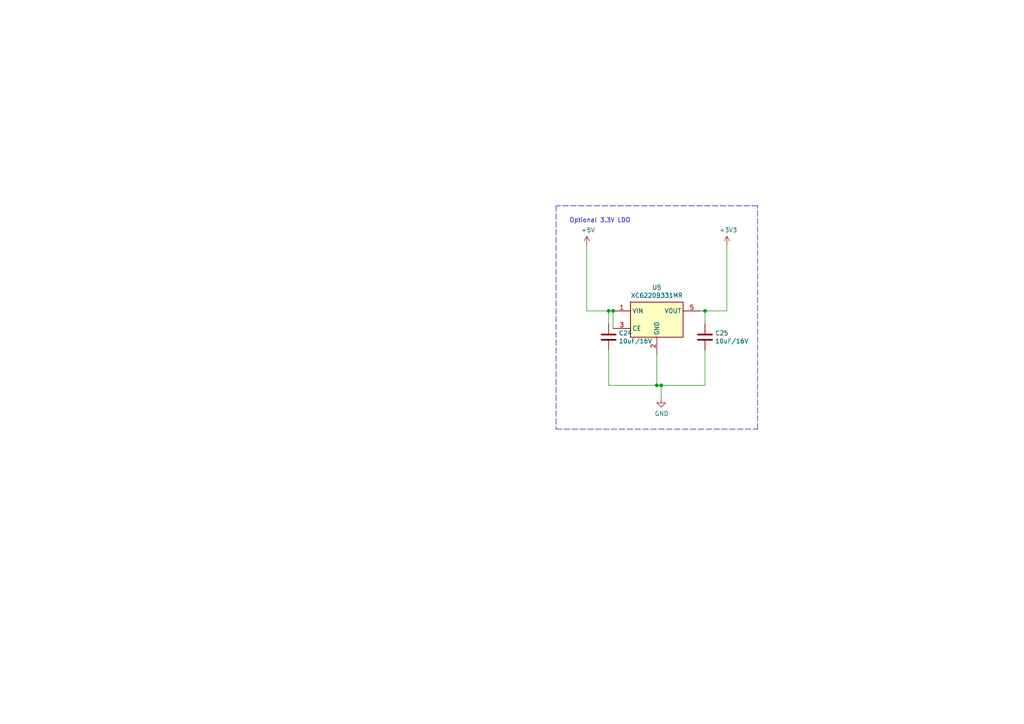
<source format=kicad_sch>
(kicad_sch (version 20211123) (generator eeschema)
  (paper "A4")
  (title_block (title "xESC BLDC Controller") (date "2021-12-01") (rev "2.0") (company "Clemens Elflein") (comment 1 "Creative Commons Attribution-NonCommercial-ShareAlike 4.0 International License.") (comment 2 "Licensed under "))
  (lib_symbols
    (symbol "Device:C" (pin_numbers hide) (pin_names (offset 0.254))
      (property "Reference" "C" (at 0.635 2.54 0))
      (property "Value" "C" (at 0.635 -2.54 0))
      (symbol "C_0_1"
        (polyline (pts (xy -2.032 -0.762) (xy 2.032 -0.762)) (stroke (width 0.508)))
        (polyline (pts (xy -2.032 0.762) (xy 2.032 0.762)) (stroke (width 0.508)))
      )
      (symbol "C_1_1"
        (pin passive line (at 0 3.81 270) (length 2.794) (name "~") (number "1"))
        (pin passive line (at 0 -3.81 90) (length 2.794) (name "~") (number "2"))
      )
    )
    (symbol "Regulator_Linear:XC6220B331MR"
      (property "Reference" "U" (at 0 8.89 0))
      (property "Value" "XC6220B331MR" (at 0 6.35 0))
      (symbol "XC6220B331MR_0_1"
        (rectangle (start -7.62 5.08) (end 7.62 -5.08) (stroke (width 0.254)) (fill (type background)))
      )
      (symbol "XC6220B331MR_1_1"
        (pin power_in line (at -12.7 2.54 0) (length 5.08) (name "VIN") (number "1"))
        (pin power_in line (at 0 -10.16 90) (length 5.08) (name "GND") (number "2"))
        (pin input line (at -12.7 -2.54 0) (length 5.08) (name "CE") (number "3"))
        (pin no_connect line (at 12.7 -2.54 180) (length 5.08) hide (name "NC") (number "4"))
        (pin power_out line (at 12.7 2.54 180) (length 5.08) (name "VOUT") (number "5"))
      )
    )
    (symbol "power:+3.3V" (power) (pin_names (offset 0))
      (property "Value" "+3.3V" (at 0 3.556 0))
      (symbol "+3.3V_0_1"
        (polyline (pts (xy -0.762 1.27) (xy 0 2.54)))
        (polyline (pts (xy 0 0) (xy 0 2.54)))
        (polyline (pts (xy 0 2.54) (xy 0.762 1.27)))
      )
      (symbol "+3.3V_1_1"
        (pin power_in line (at 0 0 90) (length 0) hide (name "+3V3") (number "1"))
      )
    )
    (symbol "power:+5V" (power) (pin_names (offset 0))
      (property "Value" "+5V" (at 0 3.556 0))
      (symbol "+5V_0_1"
        (polyline (pts (xy -0.762 1.27) (xy 0 2.54)))
        (polyline (pts (xy 0 0) (xy 0 2.54)))
        (polyline (pts (xy 0 2.54) (xy 0.762 1.27)))
      )
      (symbol "+5V_1_1"
        (pin power_in line (at 0 0 90) (length 0) hide (name "+5V") (number "1"))
      )
    )
    (symbol "power:GND" (power) (pin_names (offset 0))
      (property "Value" "GND" (at 0 -3.81 0))
      (symbol "GND_0_1"
        (polyline (pts (xy 0 0) (xy 0 -1.27) (xy 1.27 -1.27) (xy 0 -2.54) (xy -1.27 -1.27) (xy 0 -1.27)))
      )
      (symbol "GND_1_1"
        (pin power_in line (at 0 0 270) (length 0) hide (name "GND") (number "1"))
      )
    )
  )
  (junction (at 177.8 90.17))
  (junction (at 204.47 90.17))
  (junction (at 190.5 111.76))
  (junction (at 191.77 111.76))
  (junction (at 176.53 90.17))
  (wire (pts (xy 176.53 111.76) (xy 176.53 101.6)))
  (wire (pts (xy 204.47 111.76) (xy 204.47 101.6)))
  (wire (pts (xy 170.18 71.12) (xy 170.18 90.17)))
  (wire (pts (xy 177.8 95.25) (xy 177.8 90.17)))
  (wire (pts (xy 191.77 111.76) (xy 204.47 111.76)))
  (polyline (pts (xy 219.71 59.69) (xy 161.29 59.69)))
  (wire (pts (xy 191.77 115.57) (xy 191.77 111.76)))
  (wire (pts (xy 176.53 93.98) (xy 176.53 90.17)))
  (wire (pts (xy 203.2 90.17) (xy 204.47 90.17)))
  (wire (pts (xy 190.5 102.87) (xy 190.5 111.76)))
  (wire (pts (xy 191.77 111.76) (xy 190.5 111.76)))
  (wire (pts (xy 210.82 90.17) (xy 210.82 71.12)))
  (polyline (pts (xy 219.71 124.46) (xy 219.71 59.69)))
  (wire (pts (xy 204.47 90.17) (xy 210.82 90.17)))
  (wire (pts (xy 176.53 90.17) (xy 177.8 90.17)))
  (wire (pts (xy 204.47 93.98) (xy 204.47 90.17)))
  (polyline (pts (xy 161.29 59.69) (xy 161.29 124.46)))
  (polyline (pts (xy 161.29 124.46) (xy 219.71 124.46)))
  (wire (pts (xy 190.5 111.76) (xy 176.53 111.76)))
  (wire (pts (xy 176.53 90.17) (xy 170.18 90.17)))
  (text "Optional 3.3V LDO" (at 165.1 64.77 0) (effects (font (size 1.27 1.27)) (justify left bottom)))
  (symbol (lib_id "power:+3.3V") (at 210.82 71.12 0) (unit 1)
    (property "Reference" "#PWR035" (effects hide))
    (property "Value" "+3.3V" (at 211.201 66.7258 0))
  )
  (symbol (lib_id "power:+5V") (at 170.18 71.12 0) (unit 1)
    (property "Reference" "#PWR033" (effects hide))
    (property "Value" "+5V" (at 170.561 66.7258 0))
  )
  (symbol (lib_id "Device:C") (at 176.53 97.79 0) (unit 1)
    (property "Reference" "C24" (at 179.451 96.6216 0) (effects (justify left)))
    (property "Value" "10uF{slash}16V" (at 179.451 98.933 0) (effects (justify left)))
    (property "Footprint" "Capacitor_SMD:C_0603_1608Metric" (effects hide))
    (property "Digikey" "1276-1096-2-ND" (effects hide))
    (property "Part Number" "CL21A106KOQNNNE" (effects hide))
    (property "Stock_PN" "C-0603-10uF-16V" (effects hide))
  )
  (symbol (lib_id "power:GND") (at 191.77 115.57 0) (unit 1)
    (property "Reference" "#PWR034" (effects hide))
    (property "Value" "GND" (at 191.897 119.9642 0))
  )
  (symbol (lib_id "Regulator_Linear:XC6220B331MR") (at 190.5 92.71 0) (unit 1)
    (property "Reference" "U5" (at 190.5 83.3882 0))
    (property "Value" "XC6220B331MR" (at 190.5 85.6996 0))
    (property "Footprint" "Package_TO_SOT_SMD:SOT-23-5" (effects hide))
    (property "Datasheet" "https://www.torexsemi.com/file/xc6220/XC6220.pdf" (effects hide))
    (property "Part Number" "XC6220B331MR" (effects hide))
    (property "Digikey" "893-1133-1-ND" (effects hide))
    (property "LCSC" "C86534" (effects hide))
    (property "Stock_PN" "U-XC6220B331MR" (effects hide))
  )
  (symbol (lib_id "Device:C") (at 204.47 97.79 0) (unit 1)
    (property "Reference" "C25" (at 207.391 96.6216 0) (effects (justify left)))
    (property "Value" "10uF{slash}16V" (at 207.391 98.933 0) (effects (justify left)))
    (property "Footprint" "Capacitor_SMD:C_0603_1608Metric" (effects hide))
    (property "Digikey" "1276-1096-2-ND" (effects hide))
    (property "Part Number" "CL21A106KOQNNNE" (effects hide))
    (property "Stock_PN" "C-0603-10uF-16V" (effects hide))
  )
)
</source>
